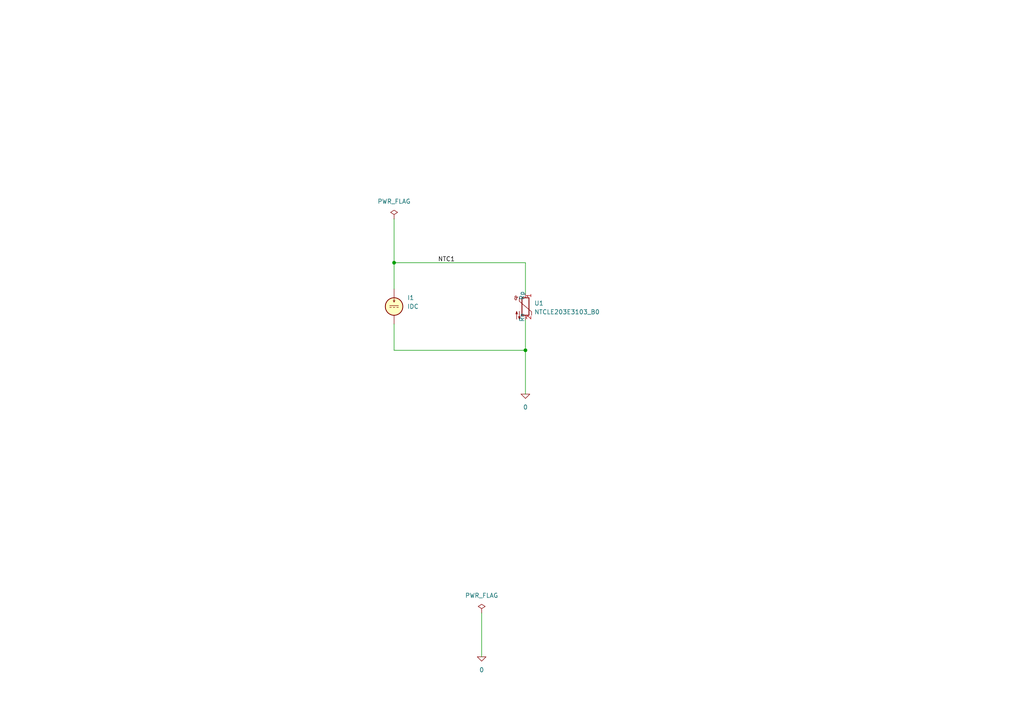
<source format=kicad_sch>
(kicad_sch (version 20211123) (generator eeschema)
  (paper "A4")
  (title_block (title "Resistance vs Temperature (Monte Carlo Analysis)") (date "2023-02-18") (rev "1") (company "astroelectronic@") (comment 1 "-") (comment 2 "-") (comment 3 "-") (comment 4 "AE01006103"))
  (lib_symbols
    (symbol "NTCLE203E3103_B0:NTCLE203E3103" (pin_names (offset 0))
      (property "Reference" "TH" (at -4.445 0 90))
      (property "Value" "NTCLE203E3103" (at 3.175 0 90))
      (symbol "NTCLE203E3103_0_1"
        (arc (start -3.048 2.159) (mid -3.0495 2.3143) (end -3.175 2.413))
        (arc (start -3.048 2.159) (mid -2.9736 1.9794) (end -2.794 1.905))
        (arc (start -3.048 2.794) (mid -2.9736 2.6144) (end -2.794 2.54))
        (arc (start -2.794 1.905) (mid -2.6144 1.9794) (end -2.54 2.159))
        (arc (start -2.794 2.54) (mid -2.4393 2.5587) (end -2.159 2.794))
        (arc (start -2.794 3.048) (mid -2.9736 2.9736) (end -3.048 2.794))
        (arc (start -2.54 2.794) (mid -2.6144 2.9736) (end -2.794 3.048))
        (rectangle (start -1.016 2.54) (end 1.016 -2.54) (stroke (width 0.254)))
        (polyline (pts (xy -2.54 2.159) (xy -2.54 2.794)))
        (polyline (pts (xy -1.778 2.54) (xy -1.778 1.524) (xy 1.778 -1.524) (xy 1.778 -2.54)))
        (polyline (pts (xy -2.54 -3.683) (xy -2.54 -1.397) (xy -2.794 -2.159) (xy -2.286 -2.159) (xy -2.54 -1.397) (xy -2.54 -1.651)) (fill (type outline)))
        (polyline (pts (xy -1.778 -1.397) (xy -1.778 -3.683) (xy -2.032 -2.921) (xy -1.524 -2.921) (xy -1.778 -3.683) (xy -1.778 -3.429)) (fill (type outline)))
      )
      (symbol "NTCLE203E3103_1_1"
        (pin passive line (at 0 3.81 270) (length 1.27) (name "Rp") (number "1"))
        (pin passive line (at 0 -3.81 90) (length 1.27) (name "Rn") (number "2"))
      )
    )
    (symbol "Simulation_SPICE:IDC" (pin_numbers hide) (pin_names (offset 0.0254))
      (property "Reference" "I" (at 2.54 2.54 0))
      (property "Value" "IDC" (at 2.54 0 0))
      (property "Spice_Model" "dc(1)" (at 2.54 -2.54 0))
      (symbol "IDC_0_0"
        (polyline (pts (xy -1.27 0.254) (xy 1.27 0.254)))
        (polyline (pts (xy -0.762 -0.254) (xy -1.27 -0.254)))
        (polyline (pts (xy 0.254 -0.254) (xy -0.254 -0.254)))
        (polyline (pts (xy 1.27 -0.254) (xy 0.762 -0.254)))
      )
      (symbol "IDC_0_1"
        (polyline (pts (xy 0 1.27) (xy 0 2.286)))
        (polyline (pts (xy -0.254 1.778) (xy 0 1.27) (xy 0.254 1.778)))
        (circle (center 0 0) (radius 2.54) (stroke (width 0.254)) (fill (type background)))
      )
      (symbol "IDC_1_1"
        (pin passive line (at 0 5.08 270) (length 2.54) (name "~") (number "1"))
        (pin passive line (at 0 -5.08 90) (length 2.54) (name "~") (number "2"))
      )
    )
    (symbol "power:PWR_FLAG" (power) (pin_numbers hide) (pin_names (offset 0) hide)
      (property "Value" "PWR_FLAG" (at 0 3.81 0))
      (symbol "PWR_FLAG_0_0"
        (pin power_out line (at 0 0 90) (length 0) (name "pwr") (number "1"))
      )
      (symbol "PWR_FLAG_0_1"
        (polyline (pts (xy 0 0) (xy 0 1.27) (xy -1.016 1.905) (xy 0 2.54) (xy 1.016 1.905) (xy 0 1.27)))
      )
    )
    (symbol "pspice:0" (power) (pin_names (offset 0))
      (property "Value" "0" (at 0 -1.778 0))
      (symbol "0_0_1"
        (polyline (pts (xy -1.27 0) (xy 0 -1.27) (xy 1.27 0) (xy -1.27 0)))
      )
      (symbol "0_1_1"
        (pin power_in line (at 0 0 0) (length 0) hide (name "0") (number "1"))
      )
    )
  )
  (junction (at 152.4 101.6))
  (junction (at 114.3 76.2))
  (wire (pts (xy 152.4 101.6) (xy 152.4 114.3)))
  (wire (pts (xy 114.3 93.98) (xy 114.3 101.6)))
  (wire (pts (xy 114.3 76.2) (xy 114.3 83.82)))
  (wire (pts (xy 139.7 177.8) (xy 139.7 190.5)))
  (wire (pts (xy 114.3 63.5) (xy 114.3 76.2)))
  (wire (pts (xy 152.4 76.2) (xy 152.4 85.09)))
  (wire (pts (xy 152.4 92.71) (xy 152.4 101.6)))
  (wire (pts (xy 114.3 101.6) (xy 152.4 101.6)))
  (wire (pts (xy 114.3 76.2) (xy 152.4 76.2)))
  (label "NTC1" (at 127 76.2 0))
  (symbol (lib_id "power:PWR_FLAG") (at 139.7 177.8 0) (unit 1)
    (property "Reference" "#FLG02" (effects hide))
    (property "Value" "PWR_FLAG" (at 139.7 172.72 0))
  )
  (symbol (lib_id "pspice:0") (at 152.4 114.3 0) (unit 1)
    (property "Reference" "#GND02" (effects hide))
    (property "Value" "0" (at 152.4 118.11 0))
  )
  (symbol (lib_id "pspice:0") (at 139.7 190.5 0) (unit 1)
    (property "Reference" "#GND01" (effects hide))
    (property "Value" "0" (at 139.7 194.31 0))
  )
  (symbol (lib_id "Simulation_SPICE:IDC") (at 114.3 88.9 0) (unit 1)
    (property "Reference" "I1" (at 118.11 86.3599 0) (effects (justify left)))
    (property "Value" "IDC" (at 118.11 88.8999 0) (effects (justify left)))
    (property "Spice_Netlist_Enabled" "Y" (effects hide))
    (property "Spice_Primitive" "I" (effects hide))
    (property "Spice_Model" "{ISOURCE}" (at 118.11 91.4399 0) (effects (justify left)))
  )
  (symbol (lib_id "power:PWR_FLAG") (at 114.3 63.5 0) (unit 1)
    (property "Reference" "#FLG01" (effects hide))
    (property "Value" "PWR_FLAG" (at 114.3 58.42 0))
  )
  (symbol (lib_id "NTCLE203E3103_B0:NTCLE203E3103") (at 152.4 88.9 0) (unit 1)
    (property "Reference" "U1" (at 154.94 87.9474 0) (effects (justify left)))
    (property "Value" "NTCLE203E3103_B0" (at 154.94 90.4874 0) (effects (justify left)))
    (property "Spice_Primitive" "X" (effects hide))
    (property "Spice_Model" "NTCLE203E3103_B0" (effects hide))
    (property "Spice_Netlist_Enabled" "Y" (effects hide))
    (property "Spice_Lib_File" "models/NTCLE203E3103.lib" (effects hide))
  )
)
</source>
